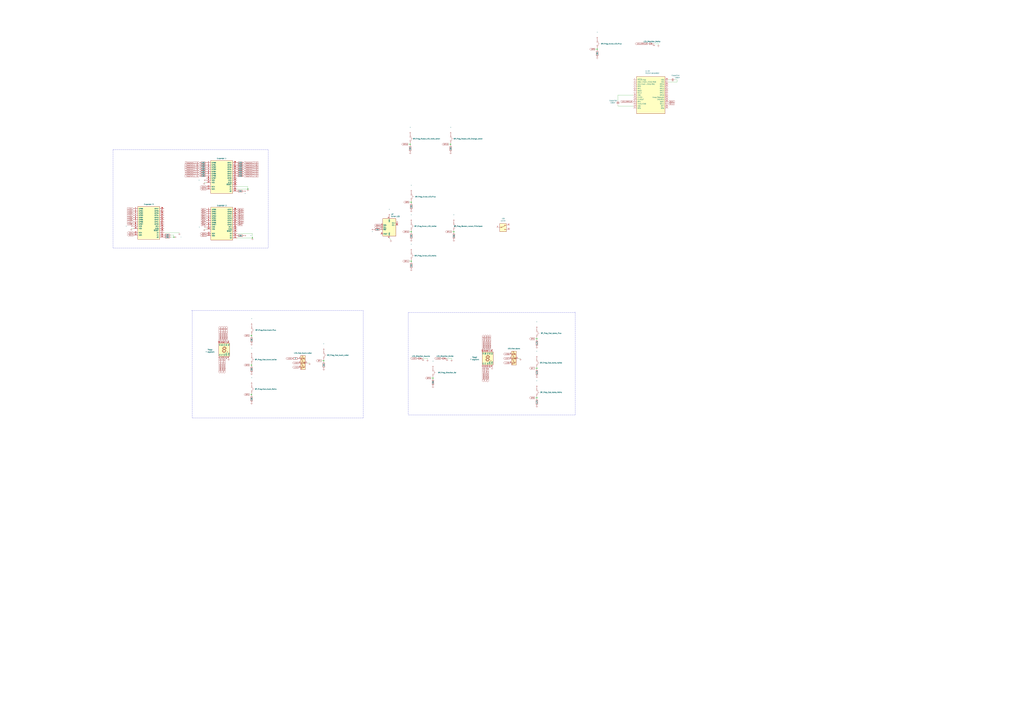
<source format=kicad_sch>
(kicad_sch (version 20211123) (generator eeschema)
  (paper "A0")
  (lib_symbols
    (symbol "Connector:XLR3_Switched" (pin_names hide)
      (property "Reference" "J" (at 0 8.89 0))
      (property "Value" "XLR3_Switched" (at 0 6.35 0))
      (symbol "XLR3_Switched_1_1"
        (circle (center -3.556 0) (radius 1.016))
        (circle (center 0 -3.556) (radius 1.016))
        (polyline (pts (xy -5.08 0) (xy -4.572 0)))
        (polyline (pts (xy 0 -5.08) (xy 0 -4.572)))
        (polyline (pts (xy 5.08 0) (xy 4.572 0)))
        (circle (center 0 0) (radius 5.08) (fill (type background)))
        (circle (center 3.556 0) (radius 1.016))
        (text "1" (at -3.556 1.778 0) (effects (font (size 1.016 1.016) bold)))
        (text "2" (at 3.556 1.778 0) (effects (font (size 1.016 1.016) bold)))
        (text "3" (at 0 -1.778 0) (effects (font (size 1.016 1.016) bold)))
        (pin passive line (at -7.62 0 0) (length 2.54) (name "~") (number "1"))
        (pin passive line (at 7.62 0 180) (length 2.54) (name "~") (number "2"))
        (pin passive line (at 0 -7.62 90) (length 2.54) (name "~") (number "3"))
      )
      (symbol "XLR3_Switched_2_1"
        (rectangle (start -3.81 4.445) (end 3.81 -5.08) (stroke (width 0.254)) (fill (type background)))
        (circle (center -2.159 0) (radius 0.508) (stroke (width 0.254)))
        (polyline (pts (xy -5.08 0) (xy -2.794 0)))
        (polyline (pts (xy -1.651 0.127) (xy 2.54 1.905)) (stroke (width 0.254)))
        (polyline (pts (xy 5.08 -2.54) (xy 2.794 -2.54)))
        (polyline (pts (xy 5.08 2.54) (xy 2.794 2.54)))
        (circle (center 2.159 -2.54) (radius 0.508) (stroke (width 0.254)))
        (circle (center 2.159 2.54) (radius 0.508) (stroke (width 0.254)))
        (pin passive line (at -7.62 0 0) (length 2.54) (name "~") (number "N"))
        (pin passive line (at 7.62 2.54 180) (length 2.54) (name "~") (number "NC"))
        (pin passive line (at 7.62 -2.54 180) (length 2.54) (name "~") (number "NO"))
      )
    )
    (symbol "Device:C_Small" (pin_numbers hide) (pin_names (offset 0.254) hide)
      (property "Reference" "C" (at 0.254 1.778 0))
      (property "Value" "C_Small" (at 0.254 -2.032 0))
      (symbol "C_Small_0_1"
        (polyline (pts (xy -1.524 -0.508) (xy 1.524 -0.508)) (stroke (width 0.3302)))
        (polyline (pts (xy -1.524 0.508) (xy 1.524 0.508)) (stroke (width 0.3048)))
      )
      (symbol "C_Small_1_1"
        (pin passive line (at 0 2.54 270) (length 2.032) (name "~") (number "1"))
        (pin passive line (at 0 -2.54 90) (length 2.032) (name "~") (number "2"))
      )
    )
    (symbol "Device:LED" (pin_numbers hide) (pin_names (offset 1.016) hide)
      (property "Reference" "D" (at 0 2.54 0))
      (property "Value" "LED" (at 0 -2.54 0))
      (symbol "LED_0_1"
        (polyline (pts (xy -1.27 -1.27) (xy -1.27 1.27)) (stroke (width 0.254)))
        (polyline (pts (xy -1.27 0) (xy 1.27 0)))
        (polyline (pts (xy 1.27 -1.27) (xy 1.27 1.27) (xy -1.27 0) (xy 1.27 -1.27)) (stroke (width 0.254)))
        (polyline (pts (xy -3.048 -0.762) (xy -4.572 -2.286) (xy -3.81 -2.286) (xy -4.572 -2.286) (xy -4.572 -1.524)))
        (polyline (pts (xy -1.778 -0.762) (xy -3.302 -2.286) (xy -2.54 -2.286) (xy -3.302 -2.286) (xy -3.302 -1.524)))
      )
      (symbol "LED_1_1"
        (pin passive line (at -3.81 0 0) (length 2.54) (name "K") (number "1"))
        (pin passive line (at 3.81 0 180) (length 2.54) (name "A") (number "2"))
      )
    )
    (symbol "Device:LED_RGBK" (pin_names (offset 0) hide)
      (property "Reference" "D" (at 0 9.398 0))
      (property "Value" "LED_RGBK" (at 0 -8.89 0))
      (symbol "LED_RGBK_0_0"
        (text "B" (at 1.905 -6.35 0) (effects (font (size 1.27 1.27))))
        (text "G" (at 1.905 -1.27 0) (effects (font (size 1.27 1.27))))
        (text "R" (at 1.905 3.81 0) (effects (font (size 1.27 1.27))))
      )
      (symbol "LED_RGBK_0_1"
        (circle (center -2.032 0) (radius 0.254) (fill (type outline)))
        (polyline (pts (xy -1.27 -5.08) (xy 1.27 -5.08)))
        (polyline (pts (xy -1.27 -3.81) (xy -1.27 -6.35)) (stroke (width 0.254)))
        (polyline (pts (xy -1.27 0) (xy -2.54 0)))
        (polyline (pts (xy -1.27 1.27) (xy -1.27 -1.27)) (stroke (width 0.254)))
        (polyline (pts (xy -1.27 5.08) (xy 1.27 5.08)))
        (polyline (pts (xy -1.27 6.35) (xy -1.27 3.81)) (stroke (width 0.254)))
        (polyline (pts (xy 1.27 -5.08) (xy 2.54 -5.08)))
        (polyline (pts (xy 1.27 0) (xy -1.27 0)))
        (polyline (pts (xy 1.27 0) (xy 2.54 0)))
        (polyline (pts (xy 1.27 5.08) (xy 2.54 5.08)))
        (polyline (pts (xy -1.27 1.27) (xy -1.27 -1.27) (xy -1.27 -1.27)))
        (polyline (pts (xy -1.27 6.35) (xy -1.27 3.81) (xy -1.27 3.81)))
        (polyline (pts (xy -1.27 5.08) (xy -2.032 5.08) (xy -2.032 -5.08) (xy -1.016 -5.08)))
        (polyline (pts (xy 1.27 -3.81) (xy 1.27 -6.35) (xy -1.27 -5.08) (xy 1.27 -3.81)) (stroke (width 0.254)))
        (polyline (pts (xy 1.27 1.27) (xy 1.27 -1.27) (xy -1.27 0) (xy 1.27 1.27)) (stroke (width 0.254)))
        (polyline (pts (xy 1.27 6.35) (xy 1.27 3.81) (xy -1.27 5.08) (xy 1.27 6.35)) (stroke (width 0.254)))
        (polyline (pts (xy -1.016 -3.81) (xy 0.508 -2.286) (xy -0.254 -2.286) (xy 0.508 -2.286) (xy 0.508 -3.048)))
        (polyline (pts (xy -1.016 1.27) (xy 0.508 2.794) (xy -0.254 2.794) (xy 0.508 2.794) (xy 0.508 2.032)))
        (polyline (pts (xy -1.016 6.35) (xy 0.508 7.874) (xy -0.254 7.874) (xy 0.508 7.874) (xy 0.508 7.112)))
        (polyline (pts (xy 0 -3.81) (xy 1.524 -2.286) (xy 0.762 -2.286) (xy 1.524 -2.286) (xy 1.524 -3.048)))
        (polyline (pts (xy 0 1.27) (xy 1.524 2.794) (xy 0.762 2.794) (xy 1.524 2.794) (xy 1.524 2.032)))
        (polyline (pts (xy 0 6.35) (xy 1.524 7.874) (xy 0.762 7.874) (xy 1.524 7.874) (xy 1.524 7.112)))
        (rectangle (start 1.27 -1.27) (end 1.27 1.27))
        (rectangle (start 1.27 1.27) (end 1.27 1.27))
        (rectangle (start 1.27 3.81) (end 1.27 6.35))
        (rectangle (start 1.27 6.35) (end 1.27 6.35))
        (rectangle (start 2.794 8.382) (end -2.794 -7.62) (stroke (width 0.254)) (fill (type background)))
      )
      (symbol "LED_RGBK_1_1"
        (pin passive line (at 5.08 5.08 180) (length 2.54) (name "RA") (number "1"))
        (pin passive line (at 5.08 0 180) (length 2.54) (name "GA") (number "2"))
        (pin passive line (at 5.08 -5.08 180) (length 2.54) (name "BA") (number "3"))
        (pin passive line (at -5.08 0 0) (length 2.54) (name "K") (number "4"))
      )
    )
    (symbol "Device:R" (pin_numbers hide) (pin_names (offset 0))
      (property "Reference" "R" (at 2.032 0 90))
      (property "Value" "R" (at 0 0 90))
      (symbol "R_0_1"
        (rectangle (start -1.016 -2.54) (end 1.016 2.54) (stroke (width 0.254)))
      )
      (symbol "R_1_1"
        (pin passive line (at 0 3.81 270) (length 1.27) (name "~") (number "1"))
        (pin passive line (at 0 -3.81 90) (length 1.27) (name "~") (number "2"))
      )
    )
    (symbol "Display_Character:NHD-C0220BIZ"
      (property "Reference" "U?" (at 2.0194 15.24 0))
      (property "Value" "NHD-C0220BIZ" (at 2.0194 12.7 0))
      (symbol "NHD-C0220BIZ_0_1"
        (rectangle (start -7.62 10.16) (end 7.62 -10.16) (stroke (width 0.254)) (fill (type background)))
      )
      (symbol "NHD-C0220BIZ_1_1"
        (pin input line (at -10.16 -2.54 0) (length 2.54) (name "~{RST}") (number "1"))
        (pin input line (at -10.16 0 0) (length 2.54) (name "SCL") (number "2"))
        (pin bidirectional line (at -10.16 2.54 0) (length 2.54) (name "SDA") (number "3"))
        (pin power_in line (at 0 -12.7 90) (length 2.54) (name "VSS") (number "4"))
        (pin power_in line (at 0 12.7 270) (length 2.54) (name "VDD") (number "5"))
        (pin passive line (at -10.16 -7.62 0) (length 2.54) (name "VOUT") (number "6"))
        (pin passive line (at 10.16 5.08 180) (length 2.54) (name "C1+") (number "7"))
        (pin passive line (at 10.16 2.54 180) (length 2.54) (name "C1-") (number "8"))
      )
    )
    (symbol "HDSP-7801_1"
      (property "Reference" "7Seg1" (at -16.51 0 0))
      (property "Value" "HDSP-7801_1" (at -16.51 -2.54 0))
      (symbol "HDSP-7801_1_1_0"
        (text "A" (at -2.286 1.651 0) (effects (font (size 0.508 0.508))))
        (text "B" (at 0 0.889 0) (effects (font (size 0.508 0.508))))
        (text "C" (at 0.254 2.413 0) (effects (font (size 0.508 0.508))))
        (text "D" (at 2.54 1.651 0) (effects (font (size 0.508 0.508))))
        (text "DP" (at 3.81 -2.54 0) (effects (font (size 0.508 0.508))))
        (text "E" (at -2.54 -1.397 0) (effects (font (size 0.508 0.508))))
        (text "F" (at -0.254 -2.159 0) (effects (font (size 0.508 0.508))))
        (text "G" (at 2.286 -1.397 0) (effects (font (size 0.508 0.508))))
      )
      (symbol "HDSP-7801_1_1_1"
        (rectangle (start -6.35 7.62) (end 6.35 -7.62) (stroke (width 0.254)) (fill (type background)))
        (polyline (pts (xy -1.524 -0.381) (xy -1.778 -2.413)) (stroke (width 0.508)))
        (polyline (pts (xy -1.27 -2.921) (xy 0.762 -2.921)) (stroke (width 0.508)))
        (polyline (pts (xy -1.27 2.667) (xy -1.524 0.635)) (stroke (width 0.508)))
        (polyline (pts (xy -1.016 0.127) (xy 1.016 0.127)) (stroke (width 0.508)))
        (polyline (pts (xy -0.762 3.175) (xy 1.27 3.175)) (stroke (width 0.508)))
        (polyline (pts (xy 1.524 -0.381) (xy 1.27 -2.413)) (stroke (width 0.508)))
        (polyline (pts (xy 1.778 2.667) (xy 1.524 0.635)) (stroke (width 0.508)))
        (polyline (pts (xy 2.54 -2.921) (xy 2.54 -2.921)) (stroke (width 0.508)))
        (pin input line (at -5.08 -10.16 90) (length 2.54) (name "E1") (number "1"))
        (pin input line (at -5.08 10.16 270) (length 2.54) (name "A1") (number "10"))
        (pin input line (at -2.54 -10.16 90) (length 2.54) (name "F1") (number "2"))
        (pin input line (at 0 -10.16 90) (length 2.54) (name "G1") (number "3"))
        (pin no_connect line (at 2.54 -10.16 90) (length 2.54) (name "DP1") (number "4"))
        (pin input line (at 5.08 -10.16 90) (length 2.54) (name "VSS") (number "5"))
        (pin no_connect line (at 5.08 10.16 270) (length 2.54) (name "NC") (number "6"))
        (pin input line (at 2.54 10.16 270) (length 2.54) (name "D1") (number "7"))
        (pin input line (at 0 10.16 270) (length 2.54) (name "C1") (number "8"))
        (pin input line (at -2.54 10.16 270) (length 2.54) (name "B1") (number "9"))
      )
    )
    (symbol "HDSP-7801_2"
      (property "Reference" "7Seg2" (at -15.24 1.27 0))
      (property "Value" "7 segment" (at -15.24 -1.27 0))
      (symbol "HDSP-7801_2_1_0"
        (text "A" (at -2.286 1.651 0) (effects (font (size 0.508 0.508))))
        (text "B" (at 0 0.889 0) (effects (font (size 0.508 0.508))))
        (text "C" (at 0.254 2.413 0) (effects (font (size 0.508 0.508))))
        (text "D" (at 2.54 1.651 0) (effects (font (size 0.508 0.508))))
        (text "DP" (at 3.81 -2.54 0) (effects (font (size 0.508 0.508))))
        (text "E" (at -2.54 -1.397 0) (effects (font (size 0.508 0.508))))
        (text "F" (at -0.254 -2.159 0) (effects (font (size 0.508 0.508))))
        (text "G" (at 2.286 -1.397 0) (effects (font (size 0.508 0.508))))
      )
      (symbol "HDSP-7801_2_1_1"
        (rectangle (start -6.35 7.62) (end 6.35 -7.62) (stroke (width 0.254)) (fill (type background)))
        (polyline (pts (xy -1.524 -0.381) (xy -1.778 -2.413)) (stroke (width 0.508)))
        (polyline (pts (xy -1.27 -2.921) (xy 0.762 -2.921)) (stroke (width 0.508)))
        (polyline (pts (xy -1.27 2.667) (xy -1.524 0.635)) (stroke (width 0.508)))
        (polyline (pts (xy -1.016 0.127) (xy 1.016 0.127)) (stroke (width 0.508)))
        (polyline (pts (xy -0.762 3.175) (xy 1.27 3.175)) (stroke (width 0.508)))
        (polyline (pts (xy 1.524 -0.381) (xy 1.27 -2.413)) (stroke (width 0.508)))
        (polyline (pts (xy 1.778 2.667) (xy 1.524 0.635)) (stroke (width 0.508)))
        (polyline (pts (xy 2.54 -2.921) (xy 2.54 -2.921)) (stroke (width 0.508)))
        (pin input line (at -5.08 -10.16 90) (length 2.54) (name "E1") (number "1"))
        (pin input line (at -5.08 10.16 270) (length 2.54) (name "A1") (number "10"))
        (pin input line (at -2.54 -10.16 90) (length 2.54) (name "F1") (number "2"))
        (pin input line (at 0 -10.16 90) (length 2.54) (name "G1") (number "3"))
        (pin no_connect line (at 2.54 -10.16 90) (length 2.54) (name "DP1") (number "4"))
        (pin input line (at 5.08 -10.16 90) (length 2.54) (name "VSS") (number "5"))
        (pin no_connect line (at 5.08 10.16 270) (length 2.54) (name "NC") (number "6"))
        (pin input line (at 2.54 10.16 270) (length 2.54) (name "D1") (number "7"))
        (pin input line (at 0 10.16 270) (length 2.54) (name "C1") (number "8"))
        (pin input line (at -2.54 10.16 270) (length 2.54) (name "B1") (number "9"))
      )
    )
    (symbol "Interface_Expansion:MCP23017_SO" (pin_names (offset 1.016))
      (property "Value" "MCP23017" (at 2.0194 25.4 0))
      (symbol "MCP23017_SO_0_1"
        (rectangle (start -12.7 22.86) (end 12.7 -15.24) (stroke (width 0.254)) (fill (type background)))
      )
      (symbol "MCP23017_SO_1_1"
        (pin bidirectional line (at -17.78 20.32 0) (length 5.08) (name "GPB0") (number "1"))
        (pin power_in line (at -17.78 -2.54 0) (length 5.08) (name "VSS") (number "10"))
        (pin no_connect line (at -17.78 -5.08 0) (length 5.08) hide (name "NC") (number "11"))
        (pin input line (at -17.78 -7.62 0) (length 5.08) (name "SCK") (number "12"))
        (pin bidirectional line (at -17.78 -10.16 0) (length 5.08) (name "SDA") (number "13"))
        (pin no_connect line (at -17.78 -12.7 0) (length 5.08) hide (name "NC") (number "14"))
        (pin input line (at 17.78 -12.7 180) (length 5.08) (name "A0") (number "15"))
        (pin input line (at 17.78 -10.16 180) (length 5.08) (name "A1") (number "16"))
        (pin input line (at 17.78 -7.62 180) (length 5.08) (name "A2") (number "17"))
        (pin input line (at 17.78 -5.08 180) (length 5.08) (name "~{RESET}") (number "18"))
        (pin tri_state line (at 17.78 -2.54 180) (length 5.08) (name "INTB") (number "19"))
        (pin bidirectional line (at -17.78 17.78 0) (length 5.08) (name "GPB1") (number "2"))
        (pin tri_state line (at 17.78 0 180) (length 5.08) (name "INTA") (number "20"))
        (pin bidirectional line (at 17.78 2.54 180) (length 5.08) (name "GPA0") (number "21"))
        (pin bidirectional line (at 17.78 5.08 180) (length 5.08) (name "GPA1") (number "22"))
        (pin bidirectional line (at 17.78 7.62 180) (length 5.08) (name "GPA2") (number "23"))
        (pin bidirectional line (at 17.78 10.16 180) (length 5.08) (name "GPA3") (number "24"))
        (pin bidirectional line (at 17.78 12.7 180) (length 5.08) (name "GPA4") (number "25"))
        (pin bidirectional line (at 17.78 15.24 180) (length 5.08) (name "GPA5") (number "26"))
        (pin bidirectional line (at 17.78 17.78 180) (length 5.08) (name "GPA6") (number "27"))
        (pin bidirectional line (at 17.78 20.32 180) (length 5.08) (name "GPA7") (number "28"))
        (pin bidirectional line (at -17.78 15.24 0) (length 5.08) (name "GPB2") (number "3"))
        (pin bidirectional line (at -17.78 12.7 0) (length 5.08) (name "GPB3") (number "4"))
        (pin bidirectional line (at -17.78 10.16 0) (length 5.08) (name "GPB4") (number "5"))
        (pin bidirectional line (at -17.78 7.62 0) (length 5.08) (name "GPB5") (number "6"))
        (pin bidirectional line (at -17.78 5.08 0) (length 5.08) (name "GPB6") (number "7"))
        (pin bidirectional line (at -17.78 2.54 0) (length 5.08) (name "GPB7") (number "8"))
        (pin power_in line (at -17.78 0 0) (length 5.08) (name "VDD") (number "9"))
      )
    )
    (symbol "MCU_Microchip_PIC16:PIC16F73-ISP" (pin_names (offset 1.016))
      (property "Reference" "U=5V" (at 2.0194 26.67 0))
      (property "Value" "PIC24FJ64GA002" (at 2.0194 24.13 0))
      (symbol "PIC16F73-ISP_0_1"
        (rectangle (start -16.51 -21.59) (end 16.51 21.59) (stroke (width 0.254)) (fill (type background)))
      )
      (symbol "PIC16F73-ISP_1_1"
        (pin input line (at -20.32 17.78 0) (length 3.81) (name "~{MCLR}/Vpp") (number "1"))
        (pin output line (at -20.32 -5.08 0) (length 3.81) (name "CLKOUT") (number "10"))
        (pin bidirectional line (at -20.32 -7.62 0) (length 3.81) (name "RP4") (number "11"))
        (pin bidirectional line (at -20.32 -10.16 0) (length 3.81) (name "T1CK/CN0") (number "12"))
        (pin power_in line (at -20.32 -12.7 0) (length 3.81) (name "VDD") (number "13"))
        (pin bidirectional line (at -20.32 -15.24 0) (length 3.81) (name "RP5") (number "14"))
        (pin bidirectional line (at 20.32 -15.24 180) (length 3.81) (name "RP6") (number "15"))
        (pin bidirectional line (at 20.32 -12.7 180) (length 3.81) (name "RP7") (number "16"))
        (pin bidirectional line (at 20.32 -10.16 180) (length 3.81) (name "SCL1") (number "17"))
        (pin bidirectional line (at 20.32 -7.62 180) (length 3.81) (name "SDA1") (number "18"))
        (pin power_in line (at 20.32 -5.08 180) (length 3.81) (name "DISVREG") (number "19"))
        (pin bidirectional line (at -20.32 15.24 0) (length 3.81) (name "AN0//Vref+/CN2/RA0") (number "2"))
        (pin power_in line (at 20.32 -2.54 180) (length 3.81) (name "Vcap/Dddcore") (number "20"))
        (pin bidirectional line (at 20.32 0 180) (length 3.81) (name "RP10") (number "21"))
        (pin bidirectional line (at 20.32 2.54 180) (length 3.81) (name "RP11") (number "22"))
        (pin bidirectional line (at 20.32 5.08 180) (length 3.81) (name "RP12") (number "23"))
        (pin bidirectional line (at 20.32 7.62 180) (length 3.81) (name "RP13") (number "24"))
        (pin bidirectional line (at 20.32 10.16 180) (length 3.81) (name "RP14") (number "25"))
        (pin bidirectional line (at 20.32 12.7 180) (length 3.81) (name "RP15") (number "26"))
        (pin power_in line (at 20.32 15.24 180) (length 3.81) (name "VSS") (number "27"))
        (pin power_in line (at 20.32 17.78 180) (length 3.81) (name "VDD") (number "28"))
        (pin bidirectional line (at -20.32 12.7 0) (length 3.81) (name "AN1/Vref-/CN3/RA1") (number "3"))
        (pin bidirectional line (at -20.32 10.16 0) (length 3.81) (name "RP0") (number "4"))
        (pin bidirectional line (at -20.32 7.62 0) (length 3.81) (name "RP1") (number "5"))
        (pin bidirectional line (at -20.32 5.08 0) (length 3.81) (name "SDA2") (number "6"))
        (pin bidirectional line (at -20.32 2.54 0) (length 3.81) (name "SCL2") (number "7"))
        (pin power_in line (at -20.32 0 0) (length 3.81) (name "VSS") (number "8"))
        (pin input line (at -20.32 -2.54 0) (length 3.81) (name "CLKIN") (number "9"))
      )
    )
    (symbol "Switch:SW_Push" (pin_numbers hide) (pin_names (offset 1.016) hide)
      (property "Reference" "SW" (at 1.27 2.54 0))
      (property "Value" "SW_Push" (at 0 -1.524 0))
      (symbol "SW_Push_0_1"
        (circle (center -2.032 0) (radius 0.508))
        (polyline (pts (xy 0 1.27) (xy 0 3.048)))
        (polyline (pts (xy 2.54 1.27) (xy -2.54 1.27)))
        (circle (center 2.032 0) (radius 0.508))
        (pin passive line (at -5.08 0 0) (length 2.54) (name "1") (number "1"))
        (pin passive line (at 5.08 0 180) (length 2.54) (name "2") (number "2"))
      )
    )
    (symbol "power:+3.3V" (power) (pin_names (offset 0))
      (property "Value" "+3.3V" (at 0 5.08 0))
      (symbol "+3.3V_0_1"
        (polyline (pts (xy -0.762 1.27) (xy 0 2.54)))
        (polyline (pts (xy 0 0) (xy 0 2.54)))
        (polyline (pts (xy 0 2.54) (xy 0.762 1.27)))
      )
      (symbol "+3.3V_1_1"
        (pin power_in line (at 0 0 90) (length 0) hide (name "") (number ""))
      )
    )
    (symbol "power:Earth" (power) (pin_names (offset 0))
      (symbol "Earth_0_1"
        (polyline (pts (xy -0.635 -1.905) (xy 0.635 -1.905)))
        (polyline (pts (xy -0.127 -2.54) (xy 0.127 -2.54)))
        (polyline (pts (xy 0 -1.27) (xy 0 0)))
        (polyline (pts (xy 1.27 -1.27) (xy -1.27 -1.27)))
      )
      (symbol "Earth_1_1"
        (pin power_in line (at 0 0 270) (length 0) hide (name "") (number ""))
      )
    )
  )
  (junction (at 523.24 167.64))
  (junction (at 292.1 389.89))
  (junction (at 476.25 167.64))
  (junction (at 693.42 57.15))
  (junction (at 477.52 303.53))
  (junction (at 293.116 276.3774))
  (junction (at 623.3922 427.8884))
  (junction (at 201.93 275.59))
  (junction (at 292.1 424.18))
  (junction (at 477.52 234.95))
  (junction (at 502.7422 439.3184))
  (junction (at 623.3922 393.5984))
  (junction (at 292.1 458.47))
  (junction (at 477.52 269.24))
  (junction (at 287.8328 219.6084))
  (junction (at 527.05 269.24))
  (junction (at 375.92 419.1))
  (junction (at 623.3922 462.1784))
  (wire (pts (xy 292.1 389.89) (xy 292.1 388.62)))
  (polyline (pts (xy 223.3168 360.7562) (xy 223.3168 485.5718)))
  (wire (pts (xy 190.5 270.51) (xy 208.28 270.51)))
  (wire (pts (xy 477.52 270.51) (xy 477.52 269.24)))
  (wire (pts (xy 717.55 110.49) (xy 717.55 116.84)))
  (wire (pts (xy 474.98 303.53) (xy 477.52 303.53)))
  (polyline (pts (xy 311.3786 288.0614) (xy 131.2164 288.0614)))
  (wire (pts (xy 690.88 57.15) (xy 693.42 57.15)))
  (wire (pts (xy 620.8522 393.5984) (xy 623.3922 393.5984)))
  (wire (pts (xy 623.3922 462.1784) (xy 623.3922 460.9084)))
  (wire (pts (xy 527.05 270.51) (xy 527.05 269.24)))
  (wire (pts (xy 523.24 168.91) (xy 523.24 167.64)))
  (wire (pts (xy 275.336 276.3774) (xy 293.116 276.3774)))
  (wire (pts (xy 198.12 273.05) (xy 201.93 273.05)))
  (polyline (pts (xy 311.3786 173.9138) (xy 311.3786 288.0614)))
  (polyline (pts (xy 474.2434 362.9914) (xy 474.2434 482.0666)))
  (wire (pts (xy 693.42 58.42) (xy 693.42 57.15)))
  (wire (pts (xy 292.1 458.47) (xy 292.1 457.2)))
  (wire (pts (xy 491.3122 416.4584) (xy 496.3922 416.4584)))
  (wire (pts (xy 476.25 167.64) (xy 476.25 166.37)))
  (wire (pts (xy 287.8328 217.0684) (xy 287.8328 219.6084)))
  (wire (pts (xy 623.3922 427.8884) (xy 623.3922 426.6184)))
  (wire (pts (xy 275.1328 219.6084) (xy 287.8328 219.6084)))
  (wire (pts (xy 375.92 420.37) (xy 375.92 419.1)))
  (polyline (pts (xy 131.2164 173.9138) (xy 311.3786 173.9138)))
  (wire (pts (xy 292.1 459.74) (xy 292.1 458.47)))
  (wire (pts (xy 717.55 123.19) (xy 717.55 121.92)))
  (wire (pts (xy 477.52 236.22) (xy 477.52 234.95)))
  (wire (pts (xy 477.52 234.95) (xy 477.52 233.68)))
  (polyline (pts (xy 421.7162 485.5718) (xy 223.3168 485.5718)))
  (wire (pts (xy 500.2022 439.3184) (xy 502.7422 439.3184)))
  (wire (pts (xy 474.98 234.95) (xy 477.52 234.95)))
  (wire (pts (xy 477.52 269.24) (xy 477.52 267.97)))
  (wire (pts (xy 293.116 271.2974) (xy 293.116 276.3774)))
  (wire (pts (xy 623.3922 463.4484) (xy 623.3922 462.1784)))
  (wire (pts (xy 523.24 167.64) (xy 523.24 166.37)))
  (wire (pts (xy 476.25 168.91) (xy 476.25 167.64)))
  (polyline (pts (xy 667.4358 362.712) (xy 667.7406 362.712)))
  (polyline (pts (xy 222.25 360.7562) (xy 421.7162 360.7562)))
  (wire (pts (xy 292.1 391.16) (xy 292.1 389.89)))
  (wire (pts (xy 289.56 389.89) (xy 292.1 389.89)))
  (polyline (pts (xy 421.7162 360.7562) (xy 421.7162 485.5718)))
  (wire (pts (xy 693.42 57.15) (xy 693.42 55.88)))
  (wire (pts (xy 237.236 266.2174) (xy 239.776 266.2174)))
  (wire (pts (xy 520.7 167.64) (xy 523.24 167.64)))
  (wire (pts (xy 620.8522 462.1784) (xy 623.3922 462.1784)))
  (wire (pts (xy 735.33 110.49) (xy 717.55 110.49)))
  (wire (pts (xy 604.3422 416.4584) (xy 601.8022 416.4584)))
  (wire (pts (xy 198.12 275.59) (xy 201.93 275.59)))
  (wire (pts (xy 292.1 425.45) (xy 292.1 424.18)))
  (wire (pts (xy 759.46 50.8) (xy 764.54 50.8)))
  (wire (pts (xy 496.3922 417.7284) (xy 496.3922 416.4584)))
  (wire (pts (xy 275.1328 217.0684) (xy 287.8328 217.0684)))
  (wire (pts (xy 275.336 271.2974) (xy 293.116 271.2974)))
  (wire (pts (xy 477.52 304.8) (xy 477.52 303.53)))
  (wire (pts (xy 373.38 419.1) (xy 375.92 419.1)))
  (wire (pts (xy 620.8522 427.8884) (xy 623.3922 427.8884)))
  (wire (pts (xy 519.2522 416.4584) (xy 524.3322 416.4584)))
  (wire (pts (xy 775.97 92.71) (xy 778.51 92.71)))
  (wire (pts (xy 786.13 92.71) (xy 786.13 95.25)))
  (polyline (pts (xy 474.2434 482.0666) (xy 667.7406 482.0666)))
  (wire (pts (xy 524.3322 417.7284) (xy 524.3322 416.4584)))
  (wire (pts (xy 524.51 269.24) (xy 527.05 269.24)))
  (wire (pts (xy 527.05 269.24) (xy 527.05 267.97)))
  (wire (pts (xy 623.3922 429.1584) (xy 623.3922 427.8884)))
  (wire (pts (xy 764.54 52.07) (xy 764.54 50.8)))
  (wire (pts (xy 237.0328 211.9884) (xy 239.5728 211.9884)))
  (polyline (pts (xy 668.02 362.9914) (xy 474.2434 362.9914)))
  (wire (pts (xy 452.12 276.86) (xy 453.898 278.5618)))
  (wire (pts (xy 477.52 303.53) (xy 477.52 302.26)))
  (wire (pts (xy 717.55 123.19) (xy 735.33 123.19)))
  (wire (pts (xy 502.7422 439.3184) (xy 502.7422 438.0484)))
  (wire (pts (xy 623.3922 394.8684) (xy 623.3922 393.5984)))
  (wire (pts (xy 375.92 419.1) (xy 375.92 417.83)))
  (wire (pts (xy 783.59 92.71) (xy 786.13 92.71)))
  (polyline (pts (xy 131.2164 288.0614) (xy 131.2164 173.7106)))
  (wire (pts (xy 775.97 95.25) (xy 786.13 95.25)))
  (wire (pts (xy 292.1 424.18) (xy 292.1 422.91)))
  (wire (pts (xy 474.98 269.24) (xy 477.52 269.24)))
  (wire (pts (xy 152.4 265.43) (xy 154.94 265.43)))
  (wire (pts (xy 201.93 273.05) (xy 201.93 275.59)))
  (wire (pts (xy 289.56 458.47) (xy 292.1 458.47)))
  (wire (pts (xy 502.7422 440.5884) (xy 502.7422 439.3184)))
  (polyline (pts (xy 667.7406 482.0666) (xy 667.7406 362.712)))
  (wire (pts (xy 473.71 167.64) (xy 476.25 167.64)))
  (wire (pts (xy 289.56 424.18) (xy 292.1 424.18)))
  (wire (pts (xy 359.41 421.64) (xy 356.87 421.64)))
  (polyline (pts (xy 131.2164 173.7106) (xy 131.6228 173.7106)))
  (wire (pts (xy 623.3922 393.5984) (xy 623.3922 392.3284)))
  (global_label "LED6" (shape output) (at 591.6422 411.3784 180) (property "Intersheet References" "${INTERSHEET_REFS}" (effects hide)))
  (global_label "7segment_2 D2" (shape output) (at 568.7822 406.2984 90) (property "Intersheet References" "${INTERSHEET_REFS}" (effects hide)))
  (global_label "7segment_2 G2" (shape input) (at 282.7528 204.3684 0) (property "Intersheet References" "${INTERSHEET_REFS}" (effects hide)))
  (global_label "SDA1" (shape output) (at 441.96 261.62 180) (property "Intersheet References" "${INTERSHEET_REFS}" (effects hide)))
  (global_label "SCL1" (shape input) (at 775.97 120.65 0) (property "Intersheet References" "${INTERSHEET_REFS}" (effects hide)))
  (global_label "7segment_1 D1" (shape output) (at 262.89 396.24 90) (property "Intersheet References" "${INTERSHEET_REFS}" (effects hide)))
  (global_label "BP2" (shape input) (at 239.776 245.8974 180) (property "Intersheet References" "${INTERSHEET_REFS}" (effects hide)))
  (global_label "BP12" (shape input) (at 275.336 253.5174 0) (property "Intersheet References" "${INTERSHEET_REFS}" (effects hide)))
  (global_label "LED2" (shape input) (at 154.94 245.11 180) (property "Intersheet References" "${INTERSHEET_REFS}" (effects hide)))
  (global_label "SCL1" (shape output) (at 239.5728 219.6084 180) (property "Intersheet References" "${INTERSHEET_REFS}" (effects hide)))
  (global_label "7segment_1 D1" (shape input) (at 231.9528 196.7484 180) (property "Intersheet References" "${INTERSHEET_REFS}" (effects hide)))
  (global_label "LED1" (shape input) (at 154.94 242.57 180) (property "Intersheet References" "${INTERSHEET_REFS}" (effects hide)))
  (global_label "BP5" (shape output) (at 500.2022 439.3184 180) (property "Intersheet References" "${INTERSHEET_REFS}" (effects hide)))
  (global_label "LED3" (shape output) (at 346.71 426.72 180) (property "Intersheet References" "${INTERSHEET_REFS}" (effects hide)))
  (global_label "LED1" (shape output) (at 339.09 416.56 180) (property "Intersheet References" "${INTERSHEET_REFS}" (effects hide)))
  (global_label "LED_ERREUR" (shape output) (at 751.84 50.8 180) (property "Intersheet References" "${INTERSHEET_REFS}" (effects hide)))
  (global_label "7segment_1 F1" (shape input) (at 231.9528 201.8284 180) (property "Intersheet References" "${INTERSHEET_REFS}" (effects hide)))
  (global_label "BP8" (shape output) (at 620.8522 462.1784 180) (property "Intersheet References" "${INTERSHEET_REFS}" (effects hide)))
  (global_label "7segment_1 G1" (shape input) (at 231.9528 204.3684 180) (property "Intersheet References" "${INTERSHEET_REFS}" (effects hide)))
  (global_label "7segment_2 F2" (shape output) (at 563.7022 426.6184 270) (property "Intersheet References" "${INTERSHEET_REFS}" (effects hide)))
  (global_label "LED2" (shape output) (at 346.71 421.64 180) (property "Intersheet References" "${INTERSHEET_REFS}" (effects hide)))
  (global_label "BP6" (shape output) (at 620.8522 393.5984 180) (property "Intersheet References" "${INTERSHEET_REFS}" (effects hide)))
  (global_label "LED8" (shape input) (at 154.94 260.35 180) (property "Intersheet References" "${INTERSHEET_REFS}" (effects hide)))
  (global_label "SCL1" (shape output) (at 239.776 273.8374 180) (property "Intersheet References" "${INTERSHEET_REFS}" (effects hide)))
  (global_label "SCL1" (shape output) (at 154.94 273.05 180) (property "Intersheet References" "${INTERSHEET_REFS}" (effects hide)))
  (global_label "LED7" (shape input) (at 154.94 257.81 180) (property "Intersheet References" "${INTERSHEET_REFS}" (effects hide)))
  (global_label "7segment_2 D2" (shape input) (at 282.7528 196.7484 0) (property "Intersheet References" "${INTERSHEET_REFS}" (effects hide)))
  (global_label "BP14" (shape input) (at 275.336 248.4374 0) (property "Intersheet References" "${INTERSHEET_REFS}" (effects hide)))
  (global_label "7segment_1 C1" (shape input) (at 231.9528 194.2084 180) (property "Intersheet References" "${INTERSHEET_REFS}" (effects hide)))
  (global_label "7segment_1 B1" (shape output) (at 257.81 396.24 90) (property "Intersheet References" "${INTERSHEET_REFS}" (effects hide)))
  (global_label "LED4" (shape output) (at 483.6922 416.4584 180) (property "Intersheet References" "${INTERSHEET_REFS}" (effects hide)))
  (global_label "BP9" (shape output) (at 474.98 234.95 180) (property "Intersheet References" "${INTERSHEET_REFS}" (effects hide)))
  (global_label "SDA1" (shape input) (at 775.97 118.11 0) (property "Intersheet References" "${INTERSHEET_REFS}" (effects hide)))
  (global_label "7segment_1 A1" (shape output) (at 255.27 396.24 90) (property "Intersheet References" "${INTERSHEET_REFS}" (effects hide)))
  (global_label "BP7" (shape input) (at 239.776 258.5974 180) (property "Intersheet References" "${INTERSHEET_REFS}" (effects hide)))
  (global_label "BP5" (shape input) (at 239.776 253.5174 180) (property "Intersheet References" "${INTERSHEET_REFS}" (effects hide)))
  (global_label "BP9" (shape input) (at 275.336 261.1374 0) (property "Intersheet References" "${INTERSHEET_REFS}" (effects hide)))
  (global_label "LED6" (shape input) (at 154.94 255.27 180) (property "Intersheet References" "${INTERSHEET_REFS}" (effects hide)))
  (global_label "7segment_2 E2" (shape input) (at 282.7528 199.2884 0) (property "Intersheet References" "${INTERSHEET_REFS}" (effects hide)))
  (global_label "BP13" (shape input) (at 275.336 250.9774 0) (property "Intersheet References" "${INTERSHEET_REFS}" (effects hide)))
  (global_label "BP15" (shape input) (at 275.336 245.8974 0) (property "Intersheet References" "${INTERSHEET_REFS}" (effects hide)))
  (global_label "BP3" (shape input) (at 239.776 248.4374 180) (property "Intersheet References" "${INTERSHEET_REFS}" (effects hide)))
  (global_label "LED_ERREUR" (shape input) (at 735.33 118.11 180) (property "Intersheet References" "${INTERSHEET_REFS}" (effects hide)))
  (global_label "BP7" (shape output) (at 620.8522 427.8884 180) (property "Intersheet References" "${INTERSHEET_REFS}" (effects hide)))
  (global_label "7segment_2 B2" (shape output) (at 563.7022 406.2984 90) (property "Intersheet References" "${INTERSHEET_REFS}" (effects hide)))
  (global_label "7segment_1 F1" (shape output) (at 257.81 416.56 270) (property "Intersheet References" "${INTERSHEET_REFS}" (effects hide)))
  (global_label "BP6" (shape input) (at 239.776 256.0574 180) (property "Intersheet References" "${INTERSHEET_REFS}" (effects hide)))
  (global_label "BP9" (shape output) (at 690.88 57.15 180) (property "Intersheet References" "${INTERSHEET_REFS}" (effects hide)))
  (global_label "LED8" (shape output) (at 591.6422 421.5384 180) (property "Intersheet References" "${INTERSHEET_REFS}" (effects hide)))
  (global_label "BP1" (shape output) (at 289.56 458.47 180) (property "Intersheet References" "${INTERSHEET_REFS}" (effects hide)))
  (global_label "BP1" (shape output) (at 289.56 389.89 180) (property "Intersheet References" "${INTERSHEET_REFS}" (effects hide)))
  (global_label "7segment_2 A2" (shape output) (at 561.1622 406.2984 90) (property "Intersheet References" "${INTERSHEET_REFS}" (effects hide)))
  (global_label "SDA1" (shape output) (at 239.5728 217.0684 180) (property "Intersheet References" "${INTERSHEET_REFS}" (effects hide)))
  (global_label "BP11" (shape input) (at 275.336 256.0574 0) (property "Intersheet References" "${INTERSHEET_REFS}" (effects hide)))
  (global_label "BP4" (shape input) (at 239.776 250.9774 180) (property "Intersheet References" "${INTERSHEET_REFS}" (effects hide)))
  (global_label "BP2" (shape output) (at 289.56 424.18 180) (property "Intersheet References" "${INTERSHEET_REFS}" (effects hide)))
  (global_label "BP16" (shape input) (at 275.336 243.3574 0) (property "Intersheet References" "${INTERSHEET_REFS}" (effects hide)))
  (global_label "7segment_1 G1" (shape output) (at 260.35 416.56 270) (property "Intersheet References" "${INTERSHEET_REFS}" (effects hide)))
  (global_label "SDA1" (shape output) (at 239.776 271.2974 180) (property "Intersheet References" "${INTERSHEET_REFS}" (effects hide)))
  (global_label "7segment_1 E1" (shape output) (at 255.27 416.56 270) (property "Intersheet References" "${INTERSHEET_REFS}" (effects hide)))
  (global_label "BP8" (shape input) (at 239.776 261.1374 180) (property "Intersheet References" "${INTERSHEET_REFS}" (effects hide)))
  (global_label "7segment_1 B1" (shape input) (at 231.9528 191.6684 180) (property "Intersheet References" "${INTERSHEET_REFS}" (effects hide)))
  (global_label "BP11" (shape output) (at 474.98 303.53 180) (property "Intersheet References" "${INTERSHEET_REFS}" (effects hide)))
  (global_label "BP10" (shape output) (at 474.98 269.24 180) (property "Intersheet References" "${INTERSHEET_REFS}" (effects hide)))
  (global_label "7segment_2 C2" (shape input) (at 282.7528 194.2084 0) (property "Intersheet References" "${INTERSHEET_REFS}" (effects hide)))
  (global_label "LED7" (shape output) (at 591.6422 416.4584 180) (property "Intersheet References" "${INTERSHEET_REFS}" (effects hide)))
  (global_label "BP12" (shape output) (at 524.51 269.24 180) (property "Intersheet References" "${INTERSHEET_REFS}" (effects hide)))
  (global_label "LED5" (shape input) (at 154.94 252.73 180) (property "Intersheet References" "${INTERSHEET_REFS}" (effects hide)))
  (global_label "BP1" (shape input) (at 239.776 243.3574 180) (property "Intersheet References" "${INTERSHEET_REFS}" (effects hide)))
  (global_label "7segment_2 A2" (shape input) (at 282.7528 189.1284 0) (property "Intersheet References" "${INTERSHEET_REFS}" (effects hide)))
  (global_label "7segment_1 E1" (shape input) (at 231.9528 199.2884 180) (property "Intersheet References" "${INTERSHEET_REFS}" (effects hide)))
  (global_label "7segment_2 F2" (shape input) (at 282.7528 201.8284 0) (property "Intersheet References" "${INTERSHEET_REFS}" (effects hide)))
  (global_label "7segment_2 C2" (shape output) (at 566.2422 406.2984 90) (property "Intersheet References" "${INTERSHEET_REFS}" (effects hide)))
  (global_label "LED3" (shape input) (at 154.94 247.65 180) (property "Intersheet References" "${INTERSHEET_REFS}" (effects hide)))
  (global_label "BP16" (shape output) (at 473.71 167.64 180) (property "Intersheet References" "${INTERSHEET_REFS}" (effects hide)))
  (global_label "BP15" (shape output) (at 520.7 167.64 180) (property "Intersheet References" "${INTERSHEET_REFS}" (effects hide)))
  (global_label "BP4" (shape output) (at 373.38 419.1 180) (property "Intersheet References" "${INTERSHEET_REFS}" (effects hide)))
  (global_label "SCL1" (shape output) (at 441.96 264.16 180) (property "Intersheet References" "${INTERSHEET_REFS}" (effects hide)))
  (global_label "LED5" (shape output) (at 511.6322 416.4584 180) (property "Intersheet References" "${INTERSHEET_REFS}" (effects hide)))
  (global_label "7segment_2 G2" (shape output) (at 566.2422 426.6184 270) (property "Intersheet References" "${INTERSHEET_REFS}" (effects hide)))
  (global_label "7segment_1 A1" (shape input) (at 231.9528 189.1284 180) (property "Intersheet References" "${INTERSHEET_REFS}" (effects hide)))
  (global_label "BP10" (shape input) (at 275.336 258.5974 0) (property "Intersheet References" "${INTERSHEET_REFS}" (effects hide)))
  (global_label "7segment_2 E2" (shape output) (at 561.1622 426.6184 270) (property "Intersheet References" "${INTERSHEET_REFS}" (effects hide)))
  (global_label "LED4" (shape input) (at 154.94 250.19 180) (property "Intersheet References" "${INTERSHEET_REFS}" (effects hide)))
  (global_label "7segment_1 C1" (shape output) (at 260.35 396.24 90) (property "Intersheet References" "${INTERSHEET_REFS}" (effects hide)))
  (global_label "7segment_2 B2" (shape input) (at 282.7528 191.6684 0) (property "Intersheet References" "${INTERSHEET_REFS}" (effects hide)))
  (global_label "SDA1" (shape output) (at 154.94 270.51 180) (property "Intersheet References" "${INTERSHEET_REFS}" (effects hide)))
  (symbol (lib_id "Switch:SW_Push") (at 623.3922 421.5384 270) (unit 1)
    (property "Reference" "Bouton?" (effects hide))
    (property "Value" "BP_Prog_Etat_Apres_Valide" (at 639.9022 421.5384 90))
  )
  (symbol (lib_id "power:Earth") (at 571.3222 426.6184 0) (unit 1)
    (property "Reference" "#PWR0101" (effects hide))
    (property "Value" "Earth" (effects hide))
  )
  (symbol (lib_name "HDSP-7801_1") (lib_id "Display_Character:HDSP-7801") (at 260.35 406.4 0) (unit 1)
    (property "Reference" "7Seg1" (at 243.84 406.4 0))
    (property "Value" "7 segment" (at 243.84 408.94 0))
  )
  (symbol (lib_id "Device:R") (at 278.9428 204.3684 270) (unit 1)
    (property "Reference" "R?" (effects hide))
    (property "Value" "120" (at 278.9428 204.3684 90))
  )
  (symbol (lib_id "power:+3.3V") (at 623.3922 416.4584 0) (unit 1)
    (property "Reference" "#PWR?" (effects hide))
    (property "Value" "+3.3V" (at 623.3922 407.5684 90) (effects (justify right)))
  )
  (symbol (lib_id "Device:R") (at 292.1 394.97 180) (unit 1)
    (property "Reference" "R?" (effects hide))
    (property "Value" "10k" (at 292.1 394.97 90))
  )
  (symbol (lib_id "power:Earth") (at 604.3422 416.4584 0) (mirror y) (unit 1)
    (property "Reference" "#PWR0104" (effects hide))
    (property "Value" "Earth" (effects hide))
  )
  (symbol (lib_id "Switch:SW_Push") (at 502.7422 432.9684 270) (unit 1)
    (property "Reference" "Bouton?" (effects hide))
    (property "Value" "BP_Prog_Direction_SW" (at 519.2522 432.9684 90))
  )
  (symbol (lib_id "Interface_Expansion:MCP23017_SO") (at 257.556 263.6774 0) (unit 1)
    (property "Reference" "U?" (effects hide))
    (property "Value" "Expander 2" (at 257.556 238.76 0))
  )
  (symbol (lib_id "Switch:SW_Push") (at 527.05 262.89 270) (unit 1)
    (property "Reference" "Bouton?" (effects hide))
    (property "Value" "BP_Prog_Bouton_Lancer_Principale" (at 543.56 262.89 90))
  )
  (symbol (lib_id "Device:R") (at 194.31 275.59 270) (unit 1)
    (property "Reference" "R?" (effects hide))
    (property "Value" "10k" (at 194.31 275.59 90))
  )
  (symbol (lib_id "power:+3.3V") (at 154.94 262.89 90) (mirror x) (unit 1)
    (property "Reference" "#PWR0129" (effects hide))
    (property "Value" "+3.3V" (at 146.05 262.89 90) (effects (justify right)))
  )
  (symbol (lib_id "Switch:SW_Push") (at 375.92 412.75 270) (unit 1)
    (property "Reference" "Bouton?" (effects hide))
    (property "Value" "BP_Prog_Etat_Avant_Letter" (at 392.43 412.75 90))
  )
  (symbol (lib_id "power:Earth") (at 293.116 276.3774 0) (unit 1)
    (property "Reference" "#PWR0122" (effects hide))
    (property "Value" "Earth" (effects hide))
  )
  (symbol (lib_id "MCU_Microchip_PIC16:PIC16F73-ISP") (at 755.65 110.49 0) (unit 1)
    (property "Reference" "U=5V" (at 749.3 82.55 0) (effects (justify left)))
    (property "Value" "PIC24FJ64GA002" (at 749.3 85.09 0) (effects (justify left)))
  )
  (symbol (lib_id "Device:R") (at 235.7628 204.3684 270) (unit 1)
    (property "Reference" "R?" (effects hide))
    (property "Value" "120" (at 235.7628 204.3684 90))
  )
  (symbol (lib_id "Device:R") (at 235.7628 189.1284 270) (unit 1)
    (property "Reference" "R" (effects hide))
    (property "Value" "120" (at 235.7628 189.1284 90))
  )
  (symbol (lib_id "power:Earth") (at 693.42 66.04 0) (mirror y) (unit 1)
    (property "Reference" "#PWR?" (effects hide))
    (property "Value" "Earth" (effects hide))
  )
  (symbol (lib_id "power:Earth") (at 453.898 278.5618 0) (unit 1)
    (property "Reference" "#PWR0111" (effects hide))
    (property "Value" "Earth" (effects hide))
  )
  (symbol (lib_id "power:Earth") (at 237.0328 211.9884 0) (unit 1)
    (property "Reference" "#PWR0119" (effects hide))
    (property "Value" "Earth" (effects hide))
  )
  (symbol (lib_id "Device:R") (at 623.3922 398.6784 180) (unit 1)
    (property "Reference" "R?" (effects hide))
    (property "Value" "4.7k" (at 623.3922 398.6784 90))
  )
  (symbol (lib_id "Switch:SW_Push") (at 477.52 297.18 270) (unit 1)
    (property "Reference" "Bouton?" (effects hide))
    (property "Value" "BP_Prog_Ecran_LCD_Moins" (at 494.03 297.18 90))
  )
  (symbol (lib_id "power:Earth") (at 477.52 243.84 0) (mirror y) (unit 1)
    (property "Reference" "#PWR?" (effects hide))
    (property "Value" "Earth" (effects hide))
  )
  (symbol (lib_id "Device:R") (at 278.9428 199.2884 270) (unit 1)
    (property "Reference" "R?" (effects hide))
    (property "Value" "120" (at 278.9428 199.2884 90))
  )
  (symbol (lib_id "Switch:SW_Push") (at 477.52 228.6 270) (unit 1)
    (property "Reference" "Bouton?" (effects hide))
    (property "Value" "BP_Prog_Ecran_LCD_Plus" (at 494.03 228.6 90))
  )
  (symbol (lib_id "power:Earth") (at 623.3922 436.7784 0) (mirror y) (unit 1)
    (property "Reference" "#PWR?" (effects hide))
    (property "Value" "Earth" (effects hide))
  )
  (symbol (lib_id "power:+3.3V") (at 375.92 407.67 0) (unit 1)
    (property "Reference" "#PWR?" (effects hide))
    (property "Value" "+3.3V" (at 375.92 398.78 90) (effects (justify right)))
  )
  (symbol (lib_id "Device:LED_RGBK") (at 596.7222 416.4584 0) (mirror y) (unit 1)
    (property "Reference" "D?" (effects hide))
    (property "Value" "LED_Etat_Apres" (at 596.7222 405.0284 0))
  )
  (symbol (lib_id "Device:R") (at 235.7628 194.2084 270) (unit 1)
    (property "Reference" "R?" (effects hide))
    (property "Value" "120" (at 235.7628 194.2084 90))
  )
  (symbol (lib_id "power:+3.3V") (at 477.52 223.52 0) (unit 1)
    (property "Reference" "#PWR?" (effects hide))
    (property "Value" "+3.3V" (at 477.52 214.63 90) (effects (justify right)))
  )
  (symbol (lib_id "power:Earth") (at 477.52 312.42 0) (mirror y) (unit 1)
    (property "Reference" "#PWR?" (effects hide))
    (property "Value" "Earth" (effects hide))
  )
  (symbol (lib_id "power:Earth") (at 359.41 421.64 0) (mirror y) (unit 1)
    (property "Reference" "#PWR0110" (effects hide))
    (property "Value" "Earth" (effects hide))
  )
  (symbol (lib_id "Device:R") (at 438.15 266.7 90) (mirror x) (unit 1)
    (property "Reference" "R?" (effects hide))
    (property "Value" "10k" (at 438.15 266.7 90))
  )
  (symbol (lib_id "Device:R") (at 235.7628 201.8284 270) (unit 1)
    (property "Reference" "R?" (effects hide))
    (property "Value" "120" (at 235.7628 201.8284 90))
  )
  (symbol (lib_id "power:+3.3V") (at 239.5728 209.4484 90) (mirror x) (unit 1)
    (property "Reference" "#PWR0120" (effects hide))
    (property "Value" "+3.3V" (at 230.6828 209.4484 90) (effects (justify right)))
  )
  (symbol (lib_id "power:+3.3V") (at 523.24 156.21 0) (unit 1)
    (property "Reference" "#PWR?" (effects hide))
    (property "Value" "+3.3V" (at 523.24 147.32 90) (effects (justify right)))
  )
  (symbol (lib_id "Device:R") (at 527.05 274.32 180) (unit 1)
    (property "Reference" "R?" (effects hide))
    (property "Value" "10k" (at 527.05 274.32 90))
  )
  (symbol (lib_id "power:+3.3V") (at 527.05 257.81 0) (unit 1)
    (property "Reference" "#PWR?" (effects hide))
    (property "Value" "+3.3V" (at 527.05 248.92 90) (effects (justify right)))
  )
  (symbol (lib_id "Switch:SW_Push") (at 292.1 417.83 270) (unit 1)
    (property "Reference" "Bouton?" (effects hide))
    (property "Value" "BP_Prog_Etat_Avant_Valide" (at 308.61 417.83 90))
  )
  (symbol (lib_id "power:+3.3V") (at 502.7422 427.8884 0) (unit 1)
    (property "Reference" "#PWR?" (effects hide))
    (property "Value" "+3.3V" (at 502.7422 418.9984 90) (effects (justify right)))
  )
  (symbol (lib_id "Device:R") (at 194.31 273.05 270) (unit 1)
    (property "Reference" "R?" (effects hide))
    (property "Value" "10k" (at 194.31 273.05 90))
  )
  (symbol (lib_id "power:Earth") (at 524.3322 417.7284 0) (mirror y) (unit 1)
    (property "Reference" "#PWR0136" (effects hide))
    (property "Value" "Earth" (effects hide))
  )
  (symbol (lib_id "Device:R") (at 623.3922 432.9684 180) (unit 1)
    (property "Reference" "R?" (effects hide))
    (property "Value" "4.7k" (at 623.3922 432.9684 90))
  )
  (symbol (lib_id "power:Earth") (at 764.54 52.07 0) (mirror y) (unit 1)
    (property "Reference" "#PWR?" (effects hide))
    (property "Value" "Earth" (effects hide))
  )
  (symbol (lib_id "Device:R") (at 342.9 416.56 90) (unit 1)
    (property "Reference" "R?" (effects hide))
    (property "Value" "?" (at 342.9 416.56 90))
  )
  (symbol (lib_id "Device:R") (at 292.1 463.55 180) (unit 1)
    (property "Reference" "R?" (effects hide))
    (property "Value" "10k" (at 292.1 463.55 90))
  )
  (symbol (lib_id "power:Earth") (at 237.236 266.2174 0) (unit 1)
    (property "Reference" "#PWR0124" (effects hide))
    (property "Value" "Earth" (effects hide))
  )
  (symbol (lib_id "Device:R") (at 278.9428 194.2084 270) (unit 1)
    (property "Reference" "R?" (effects hide))
    (property "Value" "120" (at 278.9428 194.2084 90))
  )
  (symbol (lib_id "power:+3.3V") (at 292.1 412.75 0) (unit 1)
    (property "Reference" "#PWR?" (effects hide))
    (property "Value" "+3.3V" (at 292.1 403.86 90) (effects (justify right)))
  )
  (symbol (lib_id "Device:R") (at 502.7422 444.3984 180) (unit 1)
    (property "Reference" "R?" (effects hide))
    (property "Value" "10k" (at 502.7422 444.3984 90))
  )
  (symbol (lib_id "Interface_Expansion:MCP23017_SO") (at 257.3528 209.4484 0) (unit 1)
    (property "Reference" "U?" (effects hide))
    (property "Value" "Expander 1" (at 257.3528 184.15 0))
  )
  (symbol (lib_id "Device:R") (at 279.146 273.8374 270) (unit 1)
    (property "Reference" "R?" (effects hide))
    (property "Value" "10k" (at 279.146 273.8374 90))
  )
  (symbol (lib_id "Switch:SW_Push") (at 693.42 50.8 270) (unit 1)
    (property "Reference" "Bouton?" (effects hide))
    (property "Value" "BP_Prog_Ecran_LCD_Plus" (at 709.93 50.8 90))
  )
  (symbol (lib_id "Device:R") (at 278.9428 222.1484 270) (unit 1)
    (property "Reference" "R?" (effects hide))
    (property "Value" "10k" (at 278.9428 222.1484 90))
  )
  (symbol (lib_id "power:Earth") (at 496.3922 417.7284 0) (mirror y) (unit 1)
    (property "Reference" "#PWR0133" (effects hide))
    (property "Value" "Earth" (effects hide))
  )
  (symbol (lib_id "Device:R") (at 477.52 240.03 180) (unit 1)
    (property "Reference" "R?" (effects hide))
    (property "Value" "10k" (at 477.52 240.03 90))
  )
  (symbol (lib_id "Device:LED_RGBK") (at 351.79 421.64 0) (mirror y) (unit 1)
    (property "Reference" "D?" (effects hide))
    (property "Value" "LED_Etat_Avant_Letter" (at 351.79 410.21 0))
  )
  (symbol (lib_id "Device:LED") (at 487.5022 416.4584 0) (mirror y) (unit 1)
    (property "Reference" "D?" (effects hide))
    (property "Value" "LED_Direction_Gauche" (at 488.7722 413.9184 0))
  )
  (symbol (lib_id "Device:R") (at 375.92 424.18 180) (unit 1)
    (property "Reference" "R?" (effects hide))
    (property "Value" "10k" (at 375.92 424.18 90))
  )
  (symbol (lib_id "power:+3.3V") (at 623.3922 382.1684 0) (unit 1)
    (property "Reference" "#PWR?" (effects hide))
    (property "Value" "+3.3V" (at 623.3922 373.2784 90) (effects (justify right)))
  )
  (symbol (lib_id "Connector:XLR3_Switched") (at 584.2 264.16 0) (unit 2)
    (property "Reference" "J?" (at 584.2 254 0))
    (property "Value" "Levier" (at 584.2 256.54 0))
    (property "Datasheet" " ~" (effects hide))
  )
  (symbol (lib_id "Device:R") (at 278.9428 189.1284 270) (unit 1)
    (property "Reference" "R?" (effects hide))
    (property "Value" "120" (at 278.9428 189.1284 90))
  )
  (symbol (lib_id "power:Earth") (at 623.3922 402.4884 0) (mirror y) (unit 1)
    (property "Reference" "#PWR?" (effects hide))
    (property "Value" "Earth" (effects hide))
  )
  (symbol (lib_id "Device:C_Small") (at 717.55 119.38 0) (unit 1)
    (property "Reference" "100nF" (at 708.66 119.38 0) (effects (justify left)))
    (property "Value" "Capacitor" (at 707.39 116.84 0) (effects (justify left)))
  )
  (symbol (lib_name "HDSP-7801_2") (lib_id "Display_Character:HDSP-7801") (at 566.2422 416.4584 0) (unit 1)
    (property "Reference" "7Seg2" (at 551.0022 415.1884 0))
    (property "Value" "7 segment" (at 551.0022 417.7284 0))
  )
  (symbol (lib_id "power:+3.3V") (at 292.1 447.04 0) (unit 1)
    (property "Reference" "#PWR?" (effects hide))
    (property "Value" "+3.3V" (at 292.1 438.15 90) (effects (justify right)))
  )
  (symbol (lib_id "power:+3.3V") (at 693.42 45.72 0) (unit 1)
    (property "Reference" "#PWR?" (effects hide))
    (property "Value" "+3.3V" (at 693.42 36.83 90) (effects (justify right)))
  )
  (symbol (lib_id "power:Earth") (at 523.24 176.53 0) (mirror y) (unit 1)
    (property "Reference" "#PWR?" (effects hide))
    (property "Value" "Earth" (effects hide))
  )
  (symbol (lib_id "power:Earth") (at 292.1 467.36 0) (mirror y) (unit 1)
    (property "Reference" "#PWR?" (effects hide))
    (property "Value" "Earth" (effects hide))
  )
  (symbol (lib_id "Device:R") (at 523.24 172.72 180) (unit 1)
    (property "Reference" "R?" (effects hide))
    (property "Value" "10k" (at 523.24 172.72 90))
  )
  (symbol (lib_id "Device:R") (at 235.7628 199.2884 270) (unit 1)
    (property "Reference" "R?" (effects hide))
    (property "Value" "120" (at 235.7628 199.2884 90))
  )
  (symbol (lib_id "power:+3.3V") (at 477.52 257.81 0) (unit 1)
    (property "Reference" "#PWR?" (effects hide))
    (property "Value" "+3.3V" (at 477.52 248.92 90) (effects (justify right)))
  )
  (symbol (lib_id "power:Earth") (at 476.25 176.53 0) (mirror y) (unit 1)
    (property "Reference" "#PWR?" (effects hide))
    (property "Value" "Earth" (effects hide))
  )
  (symbol (lib_id "Device:C_Small") (at 781.05 92.71 270) (unit 1)
    (property "Reference" "100nF" (at 783.59 90.17 90) (effects (justify left)))
    (property "Value" "Capacitor" (at 779.78 87.63 90) (effects (justify left)))
  )
  (symbol (lib_id "power:+3.3V") (at 623.3922 450.7484 0) (unit 1)
    (property "Reference" "#PWR?" (effects hide))
    (property "Value" "+3.3V" (at 623.3922 441.8584 90) (effects (justify right)))
  )
  (symbol (lib_id "power:Earth") (at 152.4 265.43 0) (unit 1)
    (property "Reference" "#PWR0130" (effects hide))
    (property "Value" "Earth" (effects hide))
  )
  (symbol (lib_id "power:+3.3V") (at 201.93 275.59 270) (unit 1)
    (property "Reference" "#PWR0127" (effects hide))
    (property "Value" "+3.3V" (at 210.82 275.59 90) (effects (justify right)))
  )
  (symbol (lib_id "Device:R") (at 292.1 429.26 180) (unit 1)
    (property "Reference" "R?" (effects hide))
    (property "Value" "10k" (at 292.1 429.26 90))
  )
  (symbol (lib_id "Switch:SW_Push") (at 523.24 161.29 270) (unit 1)
    (property "Reference" "Bouton?" (effects hide))
    (property "Value" "BP_Prog_Ruban_LED_Change_Letter" (at 543.56 161.29 90))
  )
  (symbol (lib_id "Device:LED") (at 515.4422 416.4584 0) (mirror y) (unit 1)
    (property "Reference" "D?" (effects hide))
    (property "Value" "LED_Direction_Droite" (at 516.7122 413.9184 0))
  )
  (symbol (lib_id "power:Earth") (at 502.7422 448.2084 0) (mirror y) (unit 1)
    (property "Reference" "#PWR?" (effects hide))
    (property "Value" "Earth" (effects hide))
  )
  (symbol (lib_id "power:+3.3V") (at 434.34 266.7 90) (mirror x) (unit 1)
    (property "Reference" "#PWR0113" (effects hide))
    (property "Value" "+3.3V" (at 431.8 269.24 90) (effects (justify right)))
  )
  (symbol (lib_id "power:+3.3V") (at 476.25 156.21 0) (unit 1)
    (property "Reference" "#PWR?" (effects hide))
    (property "Value" "+3.3V" (at 476.25 147.32 90) (effects (justify right)))
  )
  (symbol (lib_id "Device:R") (at 623.3922 467.2584 180) (unit 1)
    (property "Reference" "R?" (effects hide))
    (property "Value" "4.7k" (at 623.3922 467.2584 90))
  )
  (symbol (lib_id "power:+3.3V") (at 452.12 251.46 0) (unit 1)
    (property "Reference" "#PWR0112" (effects hide))
    (property "Value" "+3.3V" (at 452.12 242.57 90) (effects (justify right)))
  )
  (symbol (lib_id "Switch:SW_Push") (at 476.25 161.29 270) (unit 1)
    (property "Reference" "Bouton?" (effects hide))
    (property "Value" "BP_Prog_Ruban_LED_Valid_Letter" (at 495.3 161.29 90))
  )
  (symbol (lib_id "power:Earth") (at 527.05 278.13 0) (mirror y) (unit 1)
    (property "Reference" "#PWR?" (effects hide))
    (property "Value" "Earth" (effects hide))
  )
  (symbol (lib_id "Device:R") (at 693.42 62.23 180) (unit 1)
    (property "Reference" "R?" (effects hide))
    (property "Value" "10k" (at 693.42 62.23 90))
  )
  (symbol (lib_id "Device:R") (at 476.25 172.72 180) (unit 1)
    (property "Reference" "R?" (effects hide))
    (property "Value" "10k" (at 476.25 172.72 90))
  )
  (symbol (lib_id "Device:R") (at 278.9428 191.6684 270) (unit 1)
    (property "Reference" "R?" (effects hide))
    (property "Value" "120" (at 278.9428 191.6684 90))
  )
  (symbol (lib_id "Device:R") (at 477.52 274.32 180) (unit 1)
    (property "Reference" "R?" (effects hide))
    (property "Value" "10k" (at 477.52 274.32 90))
  )
  (symbol (lib_id "power:Earth") (at 292.1 398.78 0) (mirror y) (unit 1)
    (property "Reference" "#PWR0109" (effects hide))
    (property "Value" "Earth" (effects hide))
  )
  (symbol (lib_id "power:+3.3V") (at 239.776 263.6774 90) (mirror x) (unit 1)
    (property "Reference" "#PWR0123" (effects hide))
    (property "Value" "+3.3V" (at 230.886 263.6774 90) (effects (justify right)))
  )
  (symbol (lib_id "Switch:SW_Push") (at 292.1 383.54 270) (unit 1)
    (property "Reference" "Bouton?" (effects hide))
    (property "Value" "BP_Prog_Etat_Avant_Plus" (at 308.61 383.54 90))
  )
  (symbol (lib_id "power:+3.3V") (at 282.7528 222.1484 270) (unit 1)
    (property "Reference" "#PWR0117" (effects hide))
    (property "Value" "+3.3V" (at 285.2928 224.6884 90) (effects (justify right)))
  )
  (symbol (lib_id "Display_Character:NHD-C0220BIZ") (at 452.12 264.16 0) (unit 1)
    (property "Reference" "U?" (at 454.1394 248.92 0) (effects (justify left)))
    (property "Value" "Ecran LCD" (at 454.1394 251.46 0) (effects (justify left)))
    (property "Footprint" "Display:NHD-C0220BiZ" (effects hide))
    (property "Datasheet" "http://www.newhavendisplay.com/specs/NHD-C0220BiZ-FSW-FBW-3V3M.pdf" (effects hide))
  )
  (symbol (lib_id "power:Earth") (at 375.92 427.99 0) (mirror y) (unit 1)
    (property "Reference" "#PWR?" (effects hide))
    (property "Value" "Earth" (effects hide))
  )
  (symbol (lib_id "Device:LED") (at 755.65 50.8 0) (mirror y) (unit 1)
    (property "Reference" "D?" (effects hide))
    (property "Value" "LED_Direction_Droite" (at 756.92 48.26 0))
  )
  (symbol (lib_id "Device:R") (at 235.7628 191.6684 270) (unit 1)
    (property "Reference" "R?" (effects hide))
    (property "Value" "120" (at 235.7628 191.6684 90))
  )
  (symbol (lib_id "Switch:SW_Push") (at 623.3922 455.8284 270) (unit 1)
    (property "Reference" "Bouton?" (effects hide))
    (property "Value" "BP_Prog_Etat_Apres_Moins" (at 639.9022 455.8284 90))
  )
  (symbol (lib_id "power:Earth") (at 477.52 278.13 0) (mirror y) (unit 1)
    (property "Reference" "#PWR?" (effects hide))
    (property "Value" "Earth" (effects hide))
  )
  (symbol (lib_id "Device:R") (at 477.52 308.61 180) (unit 1)
    (property "Reference" "R?" (effects hide))
    (property "Value" "10k" (at 477.52 308.61 90))
  )
  (symbol (lib_id "Switch:SW_Push") (at 477.52 262.89 270) (unit 1)
    (property "Reference" "Bouton?" (effects hide))
    (property "Value" "BP_Prog_Ecran_LCD_Valide" (at 494.03 262.89 90))
  )
  (symbol (lib_id "Interface_Expansion:MCP23017_SO") (at 172.72 262.89 0) (unit 1)
    (property "Reference" "U?" (effects hide))
    (property "Value" "Expander 3" (at 172.72 237.49 0))
  )
  (symbol (lib_id "power:Earth") (at 623.3922 471.0684 0) (mirror y) (unit 1)
    (property "Reference" "#PWR?" (effects hide))
    (property "Value" "Earth" (effects hide))
  )
  (symbol (lib_id "Device:R") (at 278.9428 201.8284 270) (unit 1)
    (property "Reference" "R?" (effects hide))
    (property "Value" "120" (at 278.9428 201.8284 90))
  )
  (symbol (lib_id "Switch:SW_Push") (at 292.1 452.12 270) (unit 1)
    (property "Reference" "Bouton?" (effects hide))
    (property "Value" "BP_Prog_Etat_Avant_Moins" (at 308.61 452.12 90))
  )
  (symbol (lib_id "power:Earth") (at 265.43 416.56 0) (unit 1)
    (property "Reference" "#PWR0106" (effects hide))
    (property "Value" "Earth" (effects hide))
  )
  (symbol (lib_id "Device:R") (at 235.7628 196.7484 270) (unit 1)
    (property "Reference" "R?" (effects hide))
    (property "Value" "120" (at 235.7628 196.7484 90))
  )
  (symbol (lib_id "power:Earth") (at 292.1 433.07 0) (mirror y) (unit 1)
    (property "Reference" "#PWR?" (effects hide))
    (property "Value" "Earth" (effects hide))
  )
  (symbol (lib_id "power:Earth") (at 208.28 270.51 0) (unit 1)
    (property "Reference" "#PWR0128" (effects hide))
    (property "Value" "Earth" (effects hide))
  )
  (symbol (lib_id "Device:R") (at 278.9428 196.7484 270) (unit 1)
    (property "Reference" "R?" (effects hide))
    (property "Value" "120" (at 278.9428 196.7484 90))
  )
  (symbol (lib_id "power:+3.3V") (at 292.1 378.46 0) (unit 1)
    (property "Reference" "#PWR?" (effects hide))
    (property "Value" "+3.3V" (at 292.1 369.57 90) (effects (justify right)))
  )
  (symbol (lib_id "power:+3.3V") (at 282.956 273.8374 270) (unit 1)
    (property "Reference" "#PWR0121" (effects hide))
    (property "Value" "+3.3V" (at 291.846 273.8374 90) (effects (justify right)))
  )
  (symbol (lib_id "Switch:SW_Push") (at 623.3922 387.2484 270) (unit 1)
    (property "Reference" "Bouton?" (effects hide))
    (property "Value" "BP_Prog_Etat_Apres_Plus" (at 639.9022 387.2484 90))
  )
  (symbol (lib_id "power:Earth") (at 287.8328 219.6084 0) (unit 1)
    (property "Reference" "#PWR0118" (effects hide))
    (property "Value" "Earth" (effects hide))
  )
  (symbol (lib_id "power:+3.3V") (at 477.52 292.1 0) (unit 1)
    (property "Reference" "#PWR?" (effects hide))
    (property "Value" "+3.3V" (at 477.52 283.21 90) (effects (justify right)))
  )
)
</source>
